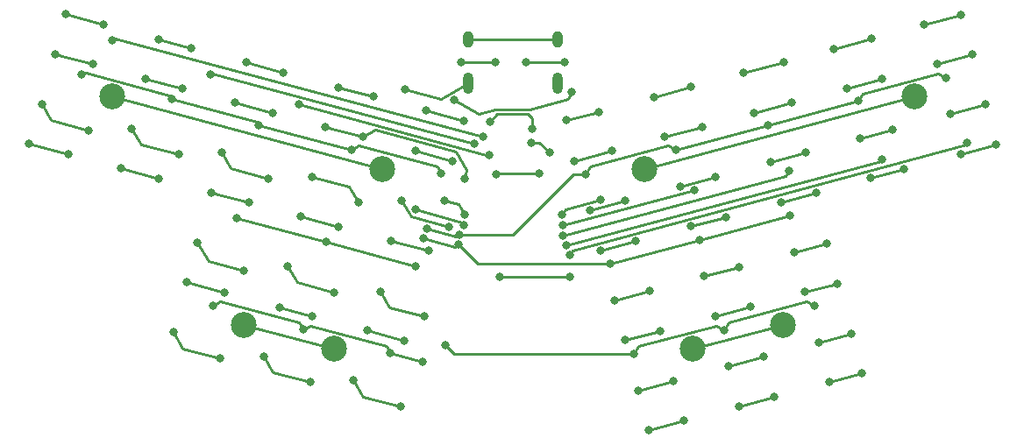
<source format=gbr>
%TF.GenerationSoftware,KiCad,Pcbnew,7.0.8*%
%TF.CreationDate,2024-01-22T23:57:30-06:00*%
%TF.ProjectId,idawgz32,69646177-677a-4333-922e-6b696361645f,rev?*%
%TF.SameCoordinates,Original*%
%TF.FileFunction,Copper,L2,Bot*%
%TF.FilePolarity,Positive*%
%FSLAX46Y46*%
G04 Gerber Fmt 4.6, Leading zero omitted, Abs format (unit mm)*
G04 Created by KiCad (PCBNEW 7.0.8) date 2024-01-22 23:57:30*
%MOMM*%
%LPD*%
G01*
G04 APERTURE LIST*
%TA.AperFunction,ComponentPad*%
%ADD10C,2.500000*%
%TD*%
%TA.AperFunction,ComponentPad*%
%ADD11O,1.000000X1.600000*%
%TD*%
%TA.AperFunction,ComponentPad*%
%ADD12O,1.000000X2.100000*%
%TD*%
%TA.AperFunction,ViaPad*%
%ADD13C,0.800000*%
%TD*%
%TA.AperFunction,Conductor*%
%ADD14C,0.250000*%
%TD*%
G04 APERTURE END LIST*
D10*
%TO.P,H4,1,1*%
%TO.N,GND*%
X113986730Y-44732180D03*
%TD*%
%TO.P,H3,1,1*%
%TO.N,GND*%
X87906733Y-51720292D03*
%TD*%
%TO.P,H8,1,1*%
%TO.N,GND*%
X101258808Y-66777589D03*
%TD*%
%TO.P,H2,1,1*%
%TO.N,GND*%
X62542768Y-51720294D03*
%TD*%
%TO.P,H6,1,1*%
%TO.N,GND*%
X57884029Y-69106956D03*
%TD*%
D11*
%TO.P,J1,S1,SHIELD*%
%TO.N,GND*%
X70896927Y-39231110D03*
D12*
X70896927Y-43411110D03*
D11*
X79536927Y-39231110D03*
D12*
X79536927Y-43411110D03*
%TD*%
D10*
%TO.P,H1,1,1*%
%TO.N,GND*%
X36462770Y-44732178D03*
%TD*%
%TO.P,H5,1,1*%
%TO.N,GND*%
X49190693Y-66777586D03*
%TD*%
%TO.P,H7,1,1*%
%TO.N,GND*%
X92565475Y-69106957D03*
%TD*%
D13*
%TO.N,VBUS*%
X76984895Y-49183006D03*
%TO.N,col6*%
X83664257Y-54671305D03*
%TO.N,row4*%
X68654251Y-68784005D03*
%TO.N,col10*%
X119083534Y-49213419D03*
%TO.N,col9*%
X110814468Y-50807944D03*
%TO.N,col8*%
X101815287Y-51899287D03*
%TO.N,col7*%
X92720318Y-53792242D03*
%TO.N,row1*%
X69513420Y-45046458D03*
X80887198Y-44307181D03*
%TO.N,row2*%
X117006635Y-42911217D03*
X108554786Y-45175880D03*
X99861454Y-47505256D03*
X90926639Y-49899331D03*
X82233306Y-52228701D03*
%TO.N,row3*%
X84562677Y-60922035D03*
X101949343Y-56263291D03*
X93256012Y-58592662D03*
%TO.N,row4*%
X86892050Y-69615367D03*
X95585383Y-67285996D03*
X104278715Y-64956624D03*
%TO.N,col8*%
X108876154Y-71489316D03*
X105736896Y-72330479D03*
%TO.N,Net-(D28-A)*%
X107840876Y-67625613D03*
X104701618Y-68466774D03*
%TO.N,col8*%
X106546781Y-62795984D03*
X103407524Y-63637145D03*
%TO.N,Net-(D22-A)*%
X105511506Y-58932279D03*
X102372248Y-59773441D03*
%TO.N,Net-(D20-A)*%
X86036952Y-54832987D03*
X82656211Y-55738851D03*
%TO.N,col6*%
X87072226Y-58696688D03*
X83691487Y-59602556D03*
%TO.N,Net-(D26-A)*%
X88366323Y-63526317D03*
X84985584Y-64432187D03*
%TO.N,col6*%
X89401600Y-67390019D03*
X86020858Y-68295888D03*
%TO.N,Net-(D32-A)*%
X90695694Y-72219651D03*
X87314953Y-73125517D03*
%TO.N,col6*%
X91730971Y-76083355D03*
X88350231Y-76989219D03*
%TO.N,col7*%
X100424302Y-73753981D03*
X97043562Y-74659848D03*
%TO.N,Net-(D30-A)*%
X99389027Y-69890279D03*
X96008286Y-70796147D03*
%TO.N,col7*%
X98094933Y-65060650D03*
X94714191Y-65966516D03*
%TO.N,Net-(D24-A)*%
X97059655Y-61196948D03*
X93678915Y-62102813D03*
%TO.N,col7*%
X95765561Y-56367319D03*
X92384820Y-57273183D03*
%TO.N,Net-(D18-A)*%
X94730283Y-52503614D03*
X91349542Y-53409481D03*
%TO.N,col8*%
X104458893Y-54037946D03*
X101078152Y-54943813D03*
%TO.N,Net-(D16-A)*%
X103423616Y-50174244D03*
X100042874Y-51080109D03*
%TO.N,col9*%
X112910744Y-51773279D03*
X109771483Y-52614442D03*
%TO.N,Net-(D14-A)*%
X111875468Y-47909575D03*
X108736208Y-48750738D03*
%TO.N,col10*%
X121845558Y-49379203D03*
X118464816Y-50285069D03*
%TO.N,Net-(D10-A)*%
X120810279Y-45515500D03*
X117429541Y-46421368D03*
%TO.N,col10*%
X119516185Y-40685871D03*
X116135446Y-41591738D03*
%TO.N,col9*%
X110822853Y-43015241D03*
X107442113Y-43921110D03*
%TO.N,col8*%
X102129520Y-45344615D03*
X98507299Y-46315184D03*
%TO.N,col7*%
X93436190Y-47673985D03*
X89813966Y-48644556D03*
%TO.N,col6*%
X84742857Y-50003356D03*
X81120633Y-50973928D03*
%TO.N,Net-(D2-A)*%
X118480909Y-36822169D03*
X114858686Y-37792738D03*
%TO.N,Net-(D4-A)*%
X109787577Y-39151539D03*
X106165356Y-40122110D03*
%TO.N,Net-(D6-A)*%
X101335725Y-41416205D03*
X97472026Y-42451482D03*
%TO.N,Net-(D8-A)*%
X92400913Y-43810282D03*
X88778690Y-44780853D03*
%TO.N,Net-(D12-A)*%
X83466099Y-46204357D03*
X80326839Y-47045520D03*
%TO.N,col10*%
X80688166Y-60073392D03*
%TO.N,col9*%
X80383563Y-59121436D03*
%TO.N,col8*%
X80051971Y-58178540D03*
%TO.N,col3*%
X54523399Y-45508678D03*
%TO.N,col2*%
X45989626Y-42605379D03*
%TO.N,col1*%
X36494641Y-39270511D03*
%TO.N,row3*%
X48485238Y-56473849D03*
X57178570Y-58803222D03*
X65764960Y-61103936D03*
X66590383Y-58451186D03*
%TO.N,row2*%
X66849074Y-57485739D03*
%TO.N,col5*%
X68582742Y-54777321D03*
%TO.N,row1*%
X65805897Y-55680172D03*
%TO.N,Net-(D11-A)*%
X70413928Y-47079300D03*
X66791707Y-46108729D03*
%TO.N,Net-(D7-A)*%
X61720596Y-44749930D03*
X58339857Y-43844064D03*
%TO.N,Net-(D5-A)*%
X53027265Y-42420558D03*
X49405041Y-41449987D03*
%TO.N,Net-(D3-A)*%
X44092450Y-40026484D03*
X40953192Y-39185321D03*
%TO.N,Net-(D1-A)*%
X35640598Y-37761817D03*
X32018377Y-36791244D03*
%TO.N,Net-(D31-A)*%
X64309699Y-74690229D03*
X59803594Y-72188727D03*
%TO.N,Net-(D29-A)*%
X55616366Y-72360858D03*
X51110261Y-69859354D03*
%TO.N,Net-(D27-A)*%
X46923032Y-70031485D03*
X42416927Y-67529984D03*
%TO.N,Net-(D21-A)*%
X49187701Y-61579634D03*
X44746298Y-58836652D03*
%TO.N,Net-(D25-A)*%
X66639071Y-65996900D03*
X62374449Y-63560103D03*
%TO.N,Net-(D23-A)*%
X57945736Y-63667528D03*
X53439631Y-61166025D03*
%TO.N,row4*%
X66505015Y-70360898D03*
X63365753Y-69519739D03*
X46220573Y-64925703D03*
X54913904Y-67255075D03*
%TO.N,GND*%
X64765121Y-44012794D03*
%TO.N,row2*%
X68265980Y-52197778D03*
X59572646Y-49868408D03*
X50637830Y-47474331D03*
X42250688Y-44968186D03*
X33557355Y-42638812D03*
%TO.N,Net-(D9-A)*%
X34195111Y-47986080D03*
X29689006Y-45484577D03*
%TO.N,Net-(D13-A)*%
X42888446Y-50315450D03*
X38382340Y-47813947D03*
%TO.N,Net-(D15-A)*%
X51581776Y-52644820D03*
X47075673Y-50143318D03*
%TO.N,Net-(D19-A)*%
X68968441Y-57303564D03*
X64462336Y-54802064D03*
%TO.N,Net-(D17-A)*%
X60275108Y-54974192D03*
X55769002Y-52472691D03*
%TO.N,col5*%
X69378651Y-50943005D03*
X65756432Y-49972432D03*
%TO.N,col4*%
X60685320Y-48613632D03*
X57063097Y-47643061D03*
X58355950Y-57306966D03*
X54733726Y-56336394D03*
%TO.N,col5*%
X67049281Y-59636339D03*
X63427057Y-58665769D03*
X64719909Y-68329668D03*
X61097688Y-67359100D03*
%TO.N,col4*%
X55785096Y-65935594D03*
X52645836Y-65094430D03*
%TO.N,col3*%
X47333247Y-63670927D03*
X43711022Y-62700355D03*
X49662615Y-54977594D03*
X46040395Y-54007021D03*
X51991986Y-46284259D03*
X48369766Y-45313693D03*
%TO.N,col2*%
X43298656Y-43954890D03*
X39676434Y-42984318D03*
X40969283Y-52648222D03*
X37347061Y-51677652D03*
%TO.N,col1*%
X32275954Y-50318854D03*
X28412247Y-49283573D03*
X34605323Y-41625519D03*
X30983101Y-40654949D03*
%TO.N,col7*%
X79973056Y-57182154D03*
%TO.N,col6*%
X79950047Y-56182916D03*
%TO.N,row3*%
X69951581Y-59053853D03*
%TO.N,row2*%
X70062260Y-58060496D03*
%TO.N,row1*%
X70427182Y-57129996D03*
%TO.N,col5*%
X70512508Y-56134141D03*
%TO.N,col4*%
X70492430Y-52648160D03*
%TO.N,col3*%
X72941427Y-50416106D03*
%TO.N,col2*%
X71492430Y-49305462D03*
%TO.N,col1*%
X72298195Y-48623248D03*
%TO.N,+3.3V*%
X80716930Y-62166111D03*
X73874742Y-62166107D03*
X73576973Y-52239643D03*
X77716929Y-52166109D03*
%TO.N,VBUS*%
X77052390Y-47847799D03*
X72966928Y-47166108D03*
X78716929Y-50166111D03*
%TO.N,CC1*%
X80216927Y-41416111D03*
X76466929Y-41416109D03*
%TO.N,CC2*%
X73466927Y-41416109D03*
X70216929Y-41416109D03*
%TD*%
D14*
%TO.N,VBUS*%
X76984895Y-49183006D02*
X77733824Y-49183006D01*
X77733824Y-49183006D02*
X78716929Y-50166111D01*
%TO.N,row1*%
X80887198Y-44307181D02*
X80483576Y-45006277D01*
X80483576Y-45006277D02*
X76808131Y-45991109D01*
X76808131Y-45991109D02*
X73505532Y-45991108D01*
X73505532Y-45991108D02*
X71896405Y-46422274D01*
X71896405Y-46422274D02*
X69513420Y-45046458D01*
%TO.N,col6*%
X79950047Y-56182916D02*
X80270740Y-55627460D01*
X80270740Y-55627460D02*
X83632247Y-54726748D01*
X83632247Y-54726748D02*
X83664257Y-54671305D01*
%TO.N,row4*%
X69485612Y-69615367D02*
X86892050Y-69615367D01*
X68654251Y-68784005D02*
X69485612Y-69615367D01*
%TO.N,row3*%
X69951581Y-59053853D02*
X71819763Y-60922035D01*
X71819763Y-60922035D02*
X84562677Y-60922035D01*
%TO.N,row2*%
X70062260Y-58060496D02*
X75217347Y-58060496D01*
X81049142Y-52228702D02*
X82233306Y-52228701D01*
X75217347Y-58060496D02*
X81049142Y-52228702D01*
%TO.N,col10*%
X80688166Y-60073392D02*
X80972761Y-59580461D01*
X80972761Y-59580461D02*
X118977470Y-49397130D01*
X118977470Y-49397130D02*
X119083534Y-49213419D01*
%TO.N,col9*%
X80383563Y-59121436D02*
X110705488Y-50996699D01*
X110705488Y-50996699D02*
X110814468Y-50807944D01*
%TO.N,col8*%
X80051971Y-58178540D02*
X101509445Y-52429027D01*
X101509445Y-52429027D02*
X101815287Y-51899287D01*
%TO.N,col7*%
X79973056Y-57182154D02*
X80004076Y-57200066D01*
X80004076Y-57200066D02*
X92719962Y-53792853D01*
X92719962Y-53792853D02*
X92720318Y-53792242D01*
%TO.N,GND*%
X92565475Y-69106957D02*
X101258805Y-66777588D01*
X101258805Y-66777588D02*
X101258808Y-66777589D01*
X87906733Y-51720292D02*
X113986727Y-44732179D01*
X113986727Y-44732179D02*
X113986730Y-44732180D01*
%TO.N,row2*%
X116274614Y-42488582D02*
X117006635Y-42911217D01*
X108554786Y-45175880D02*
X108977420Y-44443862D01*
X108977420Y-44443862D02*
X116274614Y-42488582D01*
X99861454Y-47505256D02*
X108554786Y-45175880D01*
X90926639Y-49899331D02*
X99861454Y-47505256D01*
X82655942Y-51496676D02*
X90194615Y-49476696D01*
X82233306Y-52228701D02*
X82655942Y-51496676D01*
X90194615Y-49476696D02*
X90926639Y-49899331D01*
%TO.N,row3*%
X93256012Y-58592662D02*
X84562677Y-60922035D01*
X101949343Y-56263291D02*
X93256012Y-58592662D01*
%TO.N,row4*%
X87314685Y-68883342D02*
X86892050Y-69615367D01*
X94853357Y-66863360D02*
X87314685Y-68883342D01*
X95585383Y-67285996D02*
X94853357Y-66863360D01*
X96008016Y-66553973D02*
X95585383Y-67285996D01*
X103546692Y-64533991D02*
X96008016Y-66553973D01*
X104278715Y-64956624D02*
X103546692Y-64533991D01*
%TO.N,col8*%
X105736896Y-72330479D02*
X108876154Y-71489316D01*
%TO.N,Net-(D28-A)*%
X104701618Y-68466774D02*
X107840876Y-67625613D01*
%TO.N,col8*%
X103407524Y-63637145D02*
X106546781Y-62795984D01*
%TO.N,Net-(D22-A)*%
X102372248Y-59773441D02*
X105511506Y-58932279D01*
%TO.N,Net-(D20-A)*%
X82656211Y-55738851D02*
X86036952Y-54832987D01*
%TO.N,col6*%
X83691487Y-59602556D02*
X87072226Y-58696688D01*
%TO.N,Net-(D26-A)*%
X84985584Y-64432187D02*
X88366323Y-63526317D01*
%TO.N,col6*%
X86020858Y-68295888D02*
X89401600Y-67390019D01*
%TO.N,Net-(D32-A)*%
X87314953Y-73125517D02*
X90695694Y-72219651D01*
%TO.N,col6*%
X88350231Y-76989219D02*
X91730971Y-76083355D01*
%TO.N,col7*%
X97043562Y-74659848D02*
X100424302Y-73753981D01*
%TO.N,Net-(D30-A)*%
X96008286Y-70796147D02*
X99389027Y-69890279D01*
%TO.N,col7*%
X94714191Y-65966516D02*
X98094933Y-65060650D01*
%TO.N,Net-(D24-A)*%
X93678915Y-62102813D02*
X97059655Y-61196948D01*
%TO.N,col7*%
X92384820Y-57273183D02*
X95765561Y-56367319D01*
%TO.N,Net-(D18-A)*%
X91349542Y-53409481D02*
X94730283Y-52503614D01*
%TO.N,col8*%
X101078152Y-54943813D02*
X104458893Y-54037946D01*
%TO.N,Net-(D16-A)*%
X100042874Y-51080109D02*
X103423616Y-50174244D01*
%TO.N,col9*%
X109771483Y-52614442D02*
X112910744Y-51773279D01*
%TO.N,Net-(D14-A)*%
X108736208Y-48750738D02*
X111875468Y-47909575D01*
%TO.N,col10*%
X118464816Y-50285069D02*
X121845558Y-49379203D01*
%TO.N,Net-(D10-A)*%
X117429541Y-46421368D02*
X120810279Y-45515500D01*
%TO.N,col10*%
X116135446Y-41591738D02*
X119516185Y-40685871D01*
%TO.N,col9*%
X107442113Y-43921110D02*
X110822853Y-43015241D01*
%TO.N,col8*%
X98507299Y-46315184D02*
X102129520Y-45344615D01*
%TO.N,col7*%
X89813966Y-48644556D02*
X93436190Y-47673985D01*
%TO.N,col6*%
X81120633Y-50973928D02*
X84742857Y-50003356D01*
%TO.N,Net-(D2-A)*%
X114858686Y-37792738D02*
X118480909Y-36822169D01*
%TO.N,Net-(D4-A)*%
X106165356Y-40122110D02*
X109787577Y-39151539D01*
%TO.N,Net-(D6-A)*%
X97472026Y-42451482D02*
X101335725Y-41416205D01*
%TO.N,Net-(D8-A)*%
X88778690Y-44780853D02*
X92400913Y-43810282D01*
%TO.N,Net-(D12-A)*%
X80326839Y-47045520D02*
X83466099Y-46204357D01*
%TO.N,col4*%
X70492430Y-52648160D02*
X70716810Y-51810759D01*
X70716810Y-51810759D02*
X69694560Y-50040173D01*
X61853522Y-47939173D02*
X60685320Y-48613632D01*
X69694560Y-50040173D02*
X61853522Y-47939173D01*
%TO.N,col3*%
X54523754Y-45509294D02*
X54523399Y-45508678D01*
X72908086Y-50435362D02*
X54523754Y-45509294D01*
X72941427Y-50416106D02*
X72908086Y-50435362D01*
%TO.N,col2*%
X46147413Y-42514283D02*
X45989626Y-42605379D01*
X71492430Y-49305462D02*
X46147413Y-42514283D01*
%TO.N,col1*%
X36779502Y-39106041D02*
X36494641Y-39270511D01*
X72298195Y-48623248D02*
X36779502Y-39106041D01*
%TO.N,row3*%
X57178570Y-58803222D02*
X48485238Y-56473849D01*
X57178570Y-58803222D02*
X65764960Y-61103936D01*
X69599086Y-59257366D02*
X66590383Y-58451186D01*
X69951581Y-59053853D02*
X69599086Y-59257366D01*
%TO.N,row2*%
X69723666Y-58255986D02*
X70062260Y-58060496D01*
X66849074Y-57485739D02*
X69723666Y-58255986D01*
%TO.N,col5*%
X70512508Y-56134141D02*
X69938954Y-55140716D01*
X69938954Y-55140716D02*
X68582742Y-54777321D01*
%TO.N,row1*%
X65805897Y-55680172D02*
X70282690Y-56879726D01*
X70282690Y-56879726D02*
X70427182Y-57129996D01*
%TO.N,Net-(D11-A)*%
X66791707Y-46108729D02*
X70413928Y-47079300D01*
%TO.N,Net-(D7-A)*%
X58339857Y-43844064D02*
X61720596Y-44749930D01*
%TO.N,Net-(D5-A)*%
X49405041Y-41449987D02*
X53027265Y-42420558D01*
%TO.N,Net-(D3-A)*%
X40953192Y-39185321D02*
X44092450Y-40026484D01*
%TO.N,Net-(D1-A)*%
X32018377Y-36791244D02*
X35640598Y-37761817D01*
%TO.N,Net-(D31-A)*%
X60687476Y-73719659D02*
X64309699Y-74690229D01*
X59803594Y-72188727D02*
X60687476Y-73719659D01*
%TO.N,Net-(D29-A)*%
X51994144Y-71390287D02*
X55616366Y-72360858D01*
X51110261Y-69859354D02*
X51994144Y-71390287D01*
%TO.N,Net-(D27-A)*%
X42416927Y-67529984D02*
X43300811Y-69060915D01*
X43300811Y-69060915D02*
X46923032Y-70031485D01*
%TO.N,Net-(D21-A)*%
X45806962Y-60673772D02*
X49187701Y-61579634D01*
X44746298Y-58836652D02*
X45806962Y-60673772D01*
%TO.N,Net-(D25-A)*%
X63258330Y-65091031D02*
X66639071Y-65996900D01*
X62374449Y-63560103D02*
X63258330Y-65091031D01*
%TO.N,Net-(D23-A)*%
X54323513Y-62696957D02*
X57945736Y-63667528D01*
X53439631Y-61166025D02*
X54323513Y-62696957D01*
%TO.N,row4*%
X66505015Y-70360898D02*
X63365753Y-69519739D01*
X55593564Y-66862671D02*
X62973352Y-68840077D01*
X54913904Y-67255075D02*
X55593564Y-66862671D01*
X62973352Y-68840077D02*
X63365753Y-69519739D01*
X46900232Y-64533300D02*
X54521502Y-66575414D01*
X46220573Y-64925703D02*
X46900232Y-64533300D01*
X54521502Y-66575414D02*
X54913904Y-67255075D01*
%TO.N,GND*%
X62542768Y-51720294D02*
X36462770Y-44732178D01*
X57884029Y-69106956D02*
X49190695Y-66777587D01*
X49190695Y-66777587D02*
X49190693Y-66777586D01*
X68241423Y-44944267D02*
X64765121Y-44012794D01*
X70896926Y-43411109D02*
X68241423Y-44944267D01*
%TO.N,row2*%
X60252305Y-49476005D02*
X67873577Y-51518118D01*
X67873577Y-51518118D02*
X68265980Y-52197778D01*
X59572646Y-49868408D02*
X60252305Y-49476005D01*
X50637830Y-47474331D02*
X59572646Y-49868408D01*
X50461056Y-47168146D02*
X50637830Y-47474331D01*
X42250688Y-44968186D02*
X50461056Y-47168146D01*
X33930825Y-42423189D02*
X42035065Y-44594710D01*
X42035065Y-44594710D02*
X42250688Y-44968186D01*
X33557355Y-42638812D02*
X33930825Y-42423189D01*
%TO.N,Net-(D9-A)*%
X30572890Y-47015506D02*
X34195111Y-47986080D01*
X29689006Y-45484577D02*
X30572890Y-47015506D01*
%TO.N,Net-(D13-A)*%
X39266224Y-49344879D02*
X42888446Y-50315450D01*
X38382340Y-47813947D02*
X39266224Y-49344879D01*
%TO.N,Net-(D15-A)*%
X47959553Y-51674251D02*
X51581776Y-52644820D01*
X47075673Y-50143318D02*
X47959553Y-51674251D01*
%TO.N,Net-(D19-A)*%
X65346219Y-56332994D02*
X68968441Y-57303564D01*
X64462336Y-54802064D02*
X65346219Y-56332994D01*
%TO.N,Net-(D17-A)*%
X59391224Y-53443263D02*
X60275108Y-54974192D01*
X55769002Y-52472691D02*
X59391224Y-53443263D01*
%TO.N,col5*%
X65756432Y-49972432D02*
X69378651Y-50943005D01*
%TO.N,col4*%
X57063097Y-47643061D02*
X60685320Y-48613632D01*
X54733726Y-56336394D02*
X58355950Y-57306966D01*
%TO.N,col5*%
X63427057Y-58665769D02*
X67049281Y-59636339D01*
X61097688Y-67359100D02*
X64719909Y-68329668D01*
%TO.N,col4*%
X52645836Y-65094430D02*
X55785096Y-65935594D01*
%TO.N,col3*%
X43711022Y-62700355D02*
X47333247Y-63670927D01*
X46040395Y-54007021D02*
X49662615Y-54977594D01*
X48369766Y-45313693D02*
X51991986Y-46284259D01*
%TO.N,col2*%
X39676434Y-42984318D02*
X43298656Y-43954890D01*
X37347061Y-51677652D02*
X40969283Y-52648222D01*
%TO.N,col1*%
X28412247Y-49283573D02*
X32275954Y-50318854D01*
X30983101Y-40654949D02*
X34605323Y-41625519D01*
%TO.N,+3.3V*%
X80716930Y-62166111D02*
X73874742Y-62166107D01*
X73650507Y-52166112D02*
X73576973Y-52239643D01*
X77716929Y-52166109D02*
X73650507Y-52166112D01*
%TO.N,VBUS*%
X77052387Y-46871763D02*
X77052390Y-47847799D01*
X76621735Y-46441110D02*
X77052387Y-46871763D01*
X72966928Y-47166108D02*
X73691928Y-46441109D01*
X73691928Y-46441109D02*
X76621735Y-46441110D01*
%TO.N,GND*%
X70896928Y-39231110D02*
X79536927Y-39231109D01*
%TO.N,CC1*%
X76466929Y-41416109D02*
X80216927Y-41416111D01*
%TO.N,CC2*%
X70216929Y-41416109D02*
X73466927Y-41416109D01*
%TD*%
M02*

</source>
